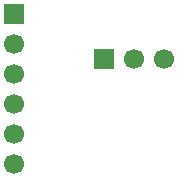
<source format=gbr>
%TF.GenerationSoftware,KiCad,Pcbnew,9.0.6-9.0.6~ubuntu24.04.1*%
%TF.CreationDate,2026-01-18T16:07:11-03:00*%
%TF.ProjectId,cotti_temp_humid_sensor,636f7474-695f-4746-956d-705f68756d69,0.0*%
%TF.SameCoordinates,Original*%
%TF.FileFunction,Soldermask,Bot*%
%TF.FilePolarity,Negative*%
%FSLAX46Y46*%
G04 Gerber Fmt 4.6, Leading zero omitted, Abs format (unit mm)*
G04 Created by KiCad (PCBNEW 9.0.6-9.0.6~ubuntu24.04.1) date 2026-01-18 16:07:11*
%MOMM*%
%LPD*%
G01*
G04 APERTURE LIST*
%ADD10C,1.700000*%
%ADD11R,1.700000X1.700000*%
G04 APERTURE END LIST*
D10*
%TO.C,JP1*%
X143510000Y-91440000D03*
X140970000Y-91440000D03*
D11*
X138430000Y-91440000D03*
%TD*%
%TO.C,J1*%
X130810000Y-87630000D03*
D10*
X130810000Y-90170000D03*
X130810000Y-92710000D03*
X130810000Y-95250000D03*
X130810000Y-97790000D03*
X130810000Y-100330000D03*
%TD*%
M02*

</source>
